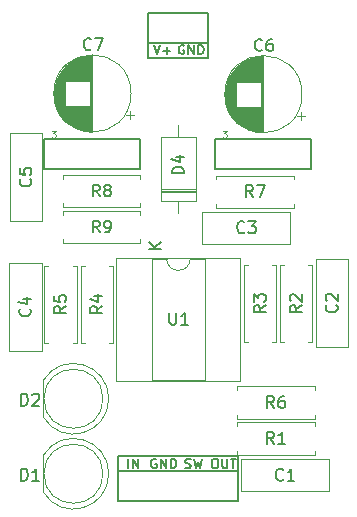
<source format=gbr>
%TF.GenerationSoftware,KiCad,Pcbnew,(5.99.0-1252-g0c2d08192)*%
%TF.CreationDate,2020-04-08T11:52:56+03:00*%
%TF.ProjectId,orkman,6f726b6d-616e-42e6-9b69-6361645f7063,rev?*%
%TF.SameCoordinates,Original*%
%TF.FileFunction,Legend,Top*%
%TF.FilePolarity,Positive*%
%FSLAX46Y46*%
G04 Gerber Fmt 4.6, Leading zero omitted, Abs format (unit mm)*
G04 Created by KiCad (PCBNEW (5.99.0-1252-g0c2d08192)) date 2020-04-08 11:52:56*
%MOMM*%
%LPD*%
G01*
G04 APERTURE LIST*
%ADD10C,0.127000*%
%ADD11C,0.120000*%
%ADD12C,0.150000*%
%ADD13C,0.048768*%
G04 APERTURE END LIST*
D10*
%TO.C,J2*%
X137096500Y-58547000D02*
X137096500Y-57277000D01*
X132016500Y-58547000D02*
X132016500Y-57277000D01*
X137096500Y-58547000D02*
X132016500Y-58547000D01*
X137096500Y-57277000D02*
X137096500Y-54737000D01*
X132016500Y-57277000D02*
X132016500Y-54737000D01*
X137096500Y-57277000D02*
X132016500Y-57277000D01*
X132016500Y-54737000D02*
X137096500Y-54737000D01*
D11*
%TO.C,U1*%
X135620000Y-75505000D02*
G75*
G02*
X133620000Y-75505000I-1000000J0D01*
G01*
X133620000Y-75505000D02*
X132370000Y-75505000D01*
X132370000Y-75505000D02*
X132370000Y-85785000D01*
X132370000Y-85785000D02*
X136870000Y-85785000D01*
X136870000Y-85785000D02*
X136870000Y-75505000D01*
X136870000Y-75505000D02*
X135620000Y-75505000D01*
X129370000Y-75445000D02*
X129370000Y-85845000D01*
X129370000Y-85845000D02*
X139870000Y-85845000D01*
X139870000Y-85845000D02*
X139870000Y-75445000D01*
X139870000Y-75445000D02*
X129370000Y-75445000D01*
D10*
%TO.C,RV2*%
X131381500Y-65420000D02*
X123253500Y-65420000D01*
X123253500Y-65420000D02*
X123253500Y-67960000D01*
X123253500Y-67960000D02*
X131381500Y-67960000D01*
X131381500Y-67960000D02*
X131381500Y-65420000D01*
%TO.C,RV1*%
X145859500Y-65420000D02*
X137731500Y-65420000D01*
X137731500Y-65420000D02*
X137731500Y-67960000D01*
X137731500Y-67960000D02*
X145859500Y-67960000D01*
X145859500Y-67960000D02*
X145859500Y-65420000D01*
D11*
%TO.C,R9*%
X131387600Y-74217200D02*
X131387600Y-73887200D01*
X124847600Y-74217200D02*
X131387600Y-74217200D01*
X124847600Y-73887200D02*
X124847600Y-74217200D01*
X131387600Y-71477200D02*
X131387600Y-71807200D01*
X124847600Y-71477200D02*
X131387600Y-71477200D01*
X124847600Y-71807200D02*
X124847600Y-71477200D01*
%TO.C,R8*%
X124847600Y-68429200D02*
X124847600Y-68759200D01*
X131387600Y-68429200D02*
X124847600Y-68429200D01*
X131387600Y-68759200D02*
X131387600Y-68429200D01*
X124847600Y-71169200D02*
X124847600Y-70839200D01*
X131387600Y-71169200D02*
X124847600Y-71169200D01*
X131387600Y-70839200D02*
X131387600Y-71169200D01*
%TO.C,R7*%
X144367000Y-71220000D02*
X144367000Y-70890000D01*
X137827000Y-71220000D02*
X144367000Y-71220000D01*
X137827000Y-70890000D02*
X137827000Y-71220000D01*
X144367000Y-68480000D02*
X144367000Y-68810000D01*
X137827000Y-68480000D02*
X144367000Y-68480000D01*
X137827000Y-68810000D02*
X137827000Y-68480000D01*
%TO.C,R6*%
X146145000Y-89063500D02*
X146145000Y-88733500D01*
X139605000Y-89063500D02*
X146145000Y-89063500D01*
X139605000Y-88733500D02*
X139605000Y-89063500D01*
X146145000Y-86323500D02*
X146145000Y-86653500D01*
X139605000Y-86323500D02*
X146145000Y-86323500D01*
X139605000Y-86653500D02*
X139605000Y-86323500D01*
%TO.C,R5*%
X126020500Y-76105000D02*
X125690500Y-76105000D01*
X126020500Y-82645000D02*
X126020500Y-76105000D01*
X125690500Y-82645000D02*
X126020500Y-82645000D01*
X123280500Y-76105000D02*
X123610500Y-76105000D01*
X123280500Y-82645000D02*
X123280500Y-76105000D01*
X123610500Y-82645000D02*
X123280500Y-82645000D01*
%TO.C,R4*%
X126341200Y-82645000D02*
X126671200Y-82645000D01*
X126341200Y-76105000D02*
X126341200Y-82645000D01*
X126671200Y-76105000D02*
X126341200Y-76105000D01*
X129081200Y-82645000D02*
X128751200Y-82645000D01*
X129081200Y-76105000D02*
X129081200Y-82645000D01*
X128751200Y-76105000D02*
X129081200Y-76105000D01*
%TO.C,R3*%
X142911500Y-76041500D02*
X142581500Y-76041500D01*
X142911500Y-82581500D02*
X142911500Y-76041500D01*
X142581500Y-82581500D02*
X142911500Y-82581500D01*
X140171500Y-76041500D02*
X140501500Y-76041500D01*
X140171500Y-82581500D02*
X140171500Y-76041500D01*
X140501500Y-82581500D02*
X140171500Y-82581500D01*
%TO.C,R2*%
X143219500Y-82581500D02*
X143549500Y-82581500D01*
X143219500Y-76041500D02*
X143219500Y-82581500D01*
X143549500Y-76041500D02*
X143219500Y-76041500D01*
X145959500Y-82581500D02*
X145629500Y-82581500D01*
X145959500Y-76041500D02*
X145959500Y-82581500D01*
X145629500Y-76041500D02*
X145959500Y-76041500D01*
%TO.C,R1*%
X146145000Y-92111500D02*
X146145000Y-91781500D01*
X139605000Y-92111500D02*
X146145000Y-92111500D01*
X139605000Y-91781500D02*
X139605000Y-92111500D01*
X146145000Y-89371500D02*
X146145000Y-89701500D01*
X139605000Y-89371500D02*
X146145000Y-89371500D01*
X139605000Y-89701500D02*
X139605000Y-89371500D01*
D10*
%TO.C,J1*%
X129540000Y-93535500D02*
X139700000Y-93535500D01*
X139700000Y-96075500D02*
X129540000Y-96075500D01*
X129540000Y-96075500D02*
X129540000Y-93535500D01*
X139700000Y-96075500D02*
X139700000Y-93535500D01*
X139700000Y-92265500D02*
X129540000Y-92265500D01*
X129540000Y-93535500D02*
X129540000Y-92265500D01*
X139700000Y-93535500D02*
X139700000Y-92265500D01*
D11*
%TO.C,D4*%
X133150000Y-70665000D02*
X136090000Y-70665000D01*
X136090000Y-70665000D02*
X136090000Y-65225000D01*
X136090000Y-65225000D02*
X133150000Y-65225000D01*
X133150000Y-65225000D02*
X133150000Y-70665000D01*
X134620000Y-71685000D02*
X134620000Y-70665000D01*
X134620000Y-64205000D02*
X134620000Y-65225000D01*
X133150000Y-69765000D02*
X136090000Y-69765000D01*
X133150000Y-69645000D02*
X136090000Y-69645000D01*
X133150000Y-69885000D02*
X136090000Y-69885000D01*
%TO.C,D2*%
X128720000Y-87376462D02*
G75*
G03*
X123170000Y-85831170I-2990000J462D01*
G01*
X128720000Y-87375538D02*
G75*
G02*
X123170000Y-88920830I-2990000J-462D01*
G01*
X128230000Y-87376000D02*
G75*
G03*
X128230000Y-87376000I-2500000J0D01*
G01*
X123170000Y-85831000D02*
X123170000Y-88921000D01*
%TO.C,D1*%
X128720000Y-93726462D02*
G75*
G03*
X123170000Y-92181170I-2990000J462D01*
G01*
X128720000Y-93725538D02*
G75*
G02*
X123170000Y-95270830I-2990000J-462D01*
G01*
X128230000Y-93726000D02*
G75*
G03*
X128230000Y-93726000I-2500000J0D01*
G01*
X123170000Y-92181000D02*
X123170000Y-95271000D01*
%TO.C,C7*%
X130607500Y-61531500D02*
G75*
G03*
X130607500Y-61531500I-3270000J0D01*
G01*
X127337500Y-64761500D02*
X127337500Y-58301500D01*
X127297500Y-64761500D02*
X127297500Y-58301500D01*
X127257500Y-64761500D02*
X127257500Y-58301500D01*
X127217500Y-64759500D02*
X127217500Y-58303500D01*
X127177500Y-64758500D02*
X127177500Y-58304500D01*
X127137500Y-64755500D02*
X127137500Y-58307500D01*
X127097500Y-64753500D02*
X127097500Y-62571500D01*
X127097500Y-60491500D02*
X127097500Y-58309500D01*
X127057500Y-64749500D02*
X127057500Y-62571500D01*
X127057500Y-60491500D02*
X127057500Y-58313500D01*
X127017500Y-64746500D02*
X127017500Y-62571500D01*
X127017500Y-60491500D02*
X127017500Y-58316500D01*
X126977500Y-64742500D02*
X126977500Y-62571500D01*
X126977500Y-60491500D02*
X126977500Y-58320500D01*
X126937500Y-64737500D02*
X126937500Y-62571500D01*
X126937500Y-60491500D02*
X126937500Y-58325500D01*
X126897500Y-64732500D02*
X126897500Y-62571500D01*
X126897500Y-60491500D02*
X126897500Y-58330500D01*
X126857500Y-64726500D02*
X126857500Y-62571500D01*
X126857500Y-60491500D02*
X126857500Y-58336500D01*
X126817500Y-64720500D02*
X126817500Y-62571500D01*
X126817500Y-60491500D02*
X126817500Y-58342500D01*
X126777500Y-64713500D02*
X126777500Y-62571500D01*
X126777500Y-60491500D02*
X126777500Y-58349500D01*
X126737500Y-64706500D02*
X126737500Y-62571500D01*
X126737500Y-60491500D02*
X126737500Y-58356500D01*
X126697500Y-64698500D02*
X126697500Y-62571500D01*
X126697500Y-60491500D02*
X126697500Y-58364500D01*
X126657500Y-64690500D02*
X126657500Y-62571500D01*
X126657500Y-60491500D02*
X126657500Y-58372500D01*
X126616500Y-64681500D02*
X126616500Y-62571500D01*
X126616500Y-60491500D02*
X126616500Y-58381500D01*
X126576500Y-64672500D02*
X126576500Y-62571500D01*
X126576500Y-60491500D02*
X126576500Y-58390500D01*
X126536500Y-64662500D02*
X126536500Y-62571500D01*
X126536500Y-60491500D02*
X126536500Y-58400500D01*
X126496500Y-64652500D02*
X126496500Y-62571500D01*
X126496500Y-60491500D02*
X126496500Y-58410500D01*
X126456500Y-64641500D02*
X126456500Y-62571500D01*
X126456500Y-60491500D02*
X126456500Y-58421500D01*
X126416500Y-64629500D02*
X126416500Y-62571500D01*
X126416500Y-60491500D02*
X126416500Y-58433500D01*
X126376500Y-64617500D02*
X126376500Y-62571500D01*
X126376500Y-60491500D02*
X126376500Y-58445500D01*
X126336500Y-64605500D02*
X126336500Y-62571500D01*
X126336500Y-60491500D02*
X126336500Y-58457500D01*
X126296500Y-64592500D02*
X126296500Y-62571500D01*
X126296500Y-60491500D02*
X126296500Y-58470500D01*
X126256500Y-64578500D02*
X126256500Y-62571500D01*
X126256500Y-60491500D02*
X126256500Y-58484500D01*
X126216500Y-64564500D02*
X126216500Y-62571500D01*
X126216500Y-60491500D02*
X126216500Y-58498500D01*
X126176500Y-64549500D02*
X126176500Y-62571500D01*
X126176500Y-60491500D02*
X126176500Y-58513500D01*
X126136500Y-64533500D02*
X126136500Y-62571500D01*
X126136500Y-60491500D02*
X126136500Y-58529500D01*
X126096500Y-64517500D02*
X126096500Y-62571500D01*
X126096500Y-60491500D02*
X126096500Y-58545500D01*
X126056500Y-64501500D02*
X126056500Y-62571500D01*
X126056500Y-60491500D02*
X126056500Y-58561500D01*
X126016500Y-64483500D02*
X126016500Y-62571500D01*
X126016500Y-60491500D02*
X126016500Y-58579500D01*
X125976500Y-64465500D02*
X125976500Y-62571500D01*
X125976500Y-60491500D02*
X125976500Y-58597500D01*
X125936500Y-64447500D02*
X125936500Y-62571500D01*
X125936500Y-60491500D02*
X125936500Y-58615500D01*
X125896500Y-64427500D02*
X125896500Y-62571500D01*
X125896500Y-60491500D02*
X125896500Y-58635500D01*
X125856500Y-64407500D02*
X125856500Y-62571500D01*
X125856500Y-60491500D02*
X125856500Y-58655500D01*
X125816500Y-64387500D02*
X125816500Y-62571500D01*
X125816500Y-60491500D02*
X125816500Y-58675500D01*
X125776500Y-64365500D02*
X125776500Y-62571500D01*
X125776500Y-60491500D02*
X125776500Y-58697500D01*
X125736500Y-64343500D02*
X125736500Y-62571500D01*
X125736500Y-60491500D02*
X125736500Y-58719500D01*
X125696500Y-64321500D02*
X125696500Y-62571500D01*
X125696500Y-60491500D02*
X125696500Y-58741500D01*
X125656500Y-64297500D02*
X125656500Y-62571500D01*
X125656500Y-60491500D02*
X125656500Y-58765500D01*
X125616500Y-64273500D02*
X125616500Y-62571500D01*
X125616500Y-60491500D02*
X125616500Y-58789500D01*
X125576500Y-64247500D02*
X125576500Y-62571500D01*
X125576500Y-60491500D02*
X125576500Y-58815500D01*
X125536500Y-64221500D02*
X125536500Y-62571500D01*
X125536500Y-60491500D02*
X125536500Y-58841500D01*
X125496500Y-64195500D02*
X125496500Y-62571500D01*
X125496500Y-60491500D02*
X125496500Y-58867500D01*
X125456500Y-64167500D02*
X125456500Y-62571500D01*
X125456500Y-60491500D02*
X125456500Y-58895500D01*
X125416500Y-64138500D02*
X125416500Y-62571500D01*
X125416500Y-60491500D02*
X125416500Y-58924500D01*
X125376500Y-64109500D02*
X125376500Y-62571500D01*
X125376500Y-60491500D02*
X125376500Y-58953500D01*
X125336500Y-64079500D02*
X125336500Y-62571500D01*
X125336500Y-60491500D02*
X125336500Y-58983500D01*
X125296500Y-64047500D02*
X125296500Y-62571500D01*
X125296500Y-60491500D02*
X125296500Y-59015500D01*
X125256500Y-64015500D02*
X125256500Y-62571500D01*
X125256500Y-60491500D02*
X125256500Y-59047500D01*
X125216500Y-63981500D02*
X125216500Y-62571500D01*
X125216500Y-60491500D02*
X125216500Y-59081500D01*
X125176500Y-63947500D02*
X125176500Y-62571500D01*
X125176500Y-60491500D02*
X125176500Y-59115500D01*
X125136500Y-63911500D02*
X125136500Y-62571500D01*
X125136500Y-60491500D02*
X125136500Y-59151500D01*
X125096500Y-63874500D02*
X125096500Y-62571500D01*
X125096500Y-60491500D02*
X125096500Y-59188500D01*
X125056500Y-63836500D02*
X125056500Y-62571500D01*
X125056500Y-60491500D02*
X125056500Y-59226500D01*
X125016500Y-63796500D02*
X125016500Y-59266500D01*
X124976500Y-63755500D02*
X124976500Y-59307500D01*
X124936500Y-63713500D02*
X124936500Y-59349500D01*
X124896500Y-63668500D02*
X124896500Y-59394500D01*
X124856500Y-63623500D02*
X124856500Y-59439500D01*
X124816500Y-63575500D02*
X124816500Y-59487500D01*
X124776500Y-63526500D02*
X124776500Y-59536500D01*
X124736500Y-63475500D02*
X124736500Y-59587500D01*
X124696500Y-63421500D02*
X124696500Y-59641500D01*
X124656500Y-63365500D02*
X124656500Y-59697500D01*
X124616500Y-63307500D02*
X124616500Y-59755500D01*
X124576500Y-63245500D02*
X124576500Y-59817500D01*
X124536500Y-63181500D02*
X124536500Y-59881500D01*
X124496500Y-63112500D02*
X124496500Y-59950500D01*
X124456500Y-63040500D02*
X124456500Y-60022500D01*
X124416500Y-62963500D02*
X124416500Y-60099500D01*
X124376500Y-62881500D02*
X124376500Y-60181500D01*
X124336500Y-62793500D02*
X124336500Y-60269500D01*
X124296500Y-62696500D02*
X124296500Y-60366500D01*
X124256500Y-62590500D02*
X124256500Y-60472500D01*
X124216500Y-62471500D02*
X124216500Y-60591500D01*
X124176500Y-62333500D02*
X124176500Y-60729500D01*
X124136500Y-62164500D02*
X124136500Y-60898500D01*
X124096500Y-61933500D02*
X124096500Y-61129500D01*
X130837741Y-63370500D02*
X130207741Y-63370500D01*
X130522741Y-63685500D02*
X130522741Y-63055500D01*
%TO.C,C6*%
X145085500Y-61595000D02*
G75*
G03*
X145085500Y-61595000I-3270000J0D01*
G01*
X141815500Y-64825000D02*
X141815500Y-58365000D01*
X141775500Y-64825000D02*
X141775500Y-58365000D01*
X141735500Y-64825000D02*
X141735500Y-58365000D01*
X141695500Y-64823000D02*
X141695500Y-58367000D01*
X141655500Y-64822000D02*
X141655500Y-58368000D01*
X141615500Y-64819000D02*
X141615500Y-58371000D01*
X141575500Y-64817000D02*
X141575500Y-62635000D01*
X141575500Y-60555000D02*
X141575500Y-58373000D01*
X141535500Y-64813000D02*
X141535500Y-62635000D01*
X141535500Y-60555000D02*
X141535500Y-58377000D01*
X141495500Y-64810000D02*
X141495500Y-62635000D01*
X141495500Y-60555000D02*
X141495500Y-58380000D01*
X141455500Y-64806000D02*
X141455500Y-62635000D01*
X141455500Y-60555000D02*
X141455500Y-58384000D01*
X141415500Y-64801000D02*
X141415500Y-62635000D01*
X141415500Y-60555000D02*
X141415500Y-58389000D01*
X141375500Y-64796000D02*
X141375500Y-62635000D01*
X141375500Y-60555000D02*
X141375500Y-58394000D01*
X141335500Y-64790000D02*
X141335500Y-62635000D01*
X141335500Y-60555000D02*
X141335500Y-58400000D01*
X141295500Y-64784000D02*
X141295500Y-62635000D01*
X141295500Y-60555000D02*
X141295500Y-58406000D01*
X141255500Y-64777000D02*
X141255500Y-62635000D01*
X141255500Y-60555000D02*
X141255500Y-58413000D01*
X141215500Y-64770000D02*
X141215500Y-62635000D01*
X141215500Y-60555000D02*
X141215500Y-58420000D01*
X141175500Y-64762000D02*
X141175500Y-62635000D01*
X141175500Y-60555000D02*
X141175500Y-58428000D01*
X141135500Y-64754000D02*
X141135500Y-62635000D01*
X141135500Y-60555000D02*
X141135500Y-58436000D01*
X141094500Y-64745000D02*
X141094500Y-62635000D01*
X141094500Y-60555000D02*
X141094500Y-58445000D01*
X141054500Y-64736000D02*
X141054500Y-62635000D01*
X141054500Y-60555000D02*
X141054500Y-58454000D01*
X141014500Y-64726000D02*
X141014500Y-62635000D01*
X141014500Y-60555000D02*
X141014500Y-58464000D01*
X140974500Y-64716000D02*
X140974500Y-62635000D01*
X140974500Y-60555000D02*
X140974500Y-58474000D01*
X140934500Y-64705000D02*
X140934500Y-62635000D01*
X140934500Y-60555000D02*
X140934500Y-58485000D01*
X140894500Y-64693000D02*
X140894500Y-62635000D01*
X140894500Y-60555000D02*
X140894500Y-58497000D01*
X140854500Y-64681000D02*
X140854500Y-62635000D01*
X140854500Y-60555000D02*
X140854500Y-58509000D01*
X140814500Y-64669000D02*
X140814500Y-62635000D01*
X140814500Y-60555000D02*
X140814500Y-58521000D01*
X140774500Y-64656000D02*
X140774500Y-62635000D01*
X140774500Y-60555000D02*
X140774500Y-58534000D01*
X140734500Y-64642000D02*
X140734500Y-62635000D01*
X140734500Y-60555000D02*
X140734500Y-58548000D01*
X140694500Y-64628000D02*
X140694500Y-62635000D01*
X140694500Y-60555000D02*
X140694500Y-58562000D01*
X140654500Y-64613000D02*
X140654500Y-62635000D01*
X140654500Y-60555000D02*
X140654500Y-58577000D01*
X140614500Y-64597000D02*
X140614500Y-62635000D01*
X140614500Y-60555000D02*
X140614500Y-58593000D01*
X140574500Y-64581000D02*
X140574500Y-62635000D01*
X140574500Y-60555000D02*
X140574500Y-58609000D01*
X140534500Y-64565000D02*
X140534500Y-62635000D01*
X140534500Y-60555000D02*
X140534500Y-58625000D01*
X140494500Y-64547000D02*
X140494500Y-62635000D01*
X140494500Y-60555000D02*
X140494500Y-58643000D01*
X140454500Y-64529000D02*
X140454500Y-62635000D01*
X140454500Y-60555000D02*
X140454500Y-58661000D01*
X140414500Y-64511000D02*
X140414500Y-62635000D01*
X140414500Y-60555000D02*
X140414500Y-58679000D01*
X140374500Y-64491000D02*
X140374500Y-62635000D01*
X140374500Y-60555000D02*
X140374500Y-58699000D01*
X140334500Y-64471000D02*
X140334500Y-62635000D01*
X140334500Y-60555000D02*
X140334500Y-58719000D01*
X140294500Y-64451000D02*
X140294500Y-62635000D01*
X140294500Y-60555000D02*
X140294500Y-58739000D01*
X140254500Y-64429000D02*
X140254500Y-62635000D01*
X140254500Y-60555000D02*
X140254500Y-58761000D01*
X140214500Y-64407000D02*
X140214500Y-62635000D01*
X140214500Y-60555000D02*
X140214500Y-58783000D01*
X140174500Y-64385000D02*
X140174500Y-62635000D01*
X140174500Y-60555000D02*
X140174500Y-58805000D01*
X140134500Y-64361000D02*
X140134500Y-62635000D01*
X140134500Y-60555000D02*
X140134500Y-58829000D01*
X140094500Y-64337000D02*
X140094500Y-62635000D01*
X140094500Y-60555000D02*
X140094500Y-58853000D01*
X140054500Y-64311000D02*
X140054500Y-62635000D01*
X140054500Y-60555000D02*
X140054500Y-58879000D01*
X140014500Y-64285000D02*
X140014500Y-62635000D01*
X140014500Y-60555000D02*
X140014500Y-58905000D01*
X139974500Y-64259000D02*
X139974500Y-62635000D01*
X139974500Y-60555000D02*
X139974500Y-58931000D01*
X139934500Y-64231000D02*
X139934500Y-62635000D01*
X139934500Y-60555000D02*
X139934500Y-58959000D01*
X139894500Y-64202000D02*
X139894500Y-62635000D01*
X139894500Y-60555000D02*
X139894500Y-58988000D01*
X139854500Y-64173000D02*
X139854500Y-62635000D01*
X139854500Y-60555000D02*
X139854500Y-59017000D01*
X139814500Y-64143000D02*
X139814500Y-62635000D01*
X139814500Y-60555000D02*
X139814500Y-59047000D01*
X139774500Y-64111000D02*
X139774500Y-62635000D01*
X139774500Y-60555000D02*
X139774500Y-59079000D01*
X139734500Y-64079000D02*
X139734500Y-62635000D01*
X139734500Y-60555000D02*
X139734500Y-59111000D01*
X139694500Y-64045000D02*
X139694500Y-62635000D01*
X139694500Y-60555000D02*
X139694500Y-59145000D01*
X139654500Y-64011000D02*
X139654500Y-62635000D01*
X139654500Y-60555000D02*
X139654500Y-59179000D01*
X139614500Y-63975000D02*
X139614500Y-62635000D01*
X139614500Y-60555000D02*
X139614500Y-59215000D01*
X139574500Y-63938000D02*
X139574500Y-62635000D01*
X139574500Y-60555000D02*
X139574500Y-59252000D01*
X139534500Y-63900000D02*
X139534500Y-62635000D01*
X139534500Y-60555000D02*
X139534500Y-59290000D01*
X139494500Y-63860000D02*
X139494500Y-59330000D01*
X139454500Y-63819000D02*
X139454500Y-59371000D01*
X139414500Y-63777000D02*
X139414500Y-59413000D01*
X139374500Y-63732000D02*
X139374500Y-59458000D01*
X139334500Y-63687000D02*
X139334500Y-59503000D01*
X139294500Y-63639000D02*
X139294500Y-59551000D01*
X139254500Y-63590000D02*
X139254500Y-59600000D01*
X139214500Y-63539000D02*
X139214500Y-59651000D01*
X139174500Y-63485000D02*
X139174500Y-59705000D01*
X139134500Y-63429000D02*
X139134500Y-59761000D01*
X139094500Y-63371000D02*
X139094500Y-59819000D01*
X139054500Y-63309000D02*
X139054500Y-59881000D01*
X139014500Y-63245000D02*
X139014500Y-59945000D01*
X138974500Y-63176000D02*
X138974500Y-60014000D01*
X138934500Y-63104000D02*
X138934500Y-60086000D01*
X138894500Y-63027000D02*
X138894500Y-60163000D01*
X138854500Y-62945000D02*
X138854500Y-60245000D01*
X138814500Y-62857000D02*
X138814500Y-60333000D01*
X138774500Y-62760000D02*
X138774500Y-60430000D01*
X138734500Y-62654000D02*
X138734500Y-60536000D01*
X138694500Y-62535000D02*
X138694500Y-60655000D01*
X138654500Y-62397000D02*
X138654500Y-60793000D01*
X138614500Y-62228000D02*
X138614500Y-60962000D01*
X138574500Y-61997000D02*
X138574500Y-61193000D01*
X145315741Y-63434000D02*
X144685741Y-63434000D01*
X145000741Y-63749000D02*
X145000741Y-63119000D01*
%TO.C,C5*%
X120346800Y-64900000D02*
X123086800Y-64900000D01*
X120346800Y-72340000D02*
X123086800Y-72340000D01*
X123086800Y-72340000D02*
X123086800Y-64900000D01*
X120346800Y-72340000D02*
X120346800Y-64900000D01*
%TO.C,C4*%
X120296000Y-75885500D02*
X123036000Y-75885500D01*
X120296000Y-83325500D02*
X123036000Y-83325500D01*
X123036000Y-83325500D02*
X123036000Y-75885500D01*
X120296000Y-83325500D02*
X120296000Y-75885500D01*
%TO.C,C3*%
X136655000Y-74268000D02*
X136655000Y-71528000D01*
X144095000Y-74268000D02*
X144095000Y-71528000D01*
X144095000Y-71528000D02*
X136655000Y-71528000D01*
X144095000Y-74268000D02*
X136655000Y-74268000D01*
%TO.C,C2*%
X146267500Y-75568000D02*
X149007500Y-75568000D01*
X146267500Y-83008000D02*
X149007500Y-83008000D01*
X149007500Y-83008000D02*
X149007500Y-75568000D01*
X146267500Y-83008000D02*
X146267500Y-75568000D01*
%TO.C,C1*%
X147380500Y-92483000D02*
X147380500Y-95223000D01*
X139940500Y-92483000D02*
X139940500Y-95223000D01*
X139940500Y-95223000D02*
X147380500Y-95223000D01*
X139940500Y-92483000D02*
X147380500Y-92483000D01*
%TO.C,J2*%
D12*
X135089976Y-57498500D02*
X135013785Y-57465166D01*
X134899500Y-57465166D01*
X134785214Y-57498500D01*
X134709023Y-57565166D01*
X134670928Y-57631833D01*
X134632833Y-57765166D01*
X134632833Y-57865166D01*
X134670928Y-57998500D01*
X134709023Y-58065166D01*
X134785214Y-58131833D01*
X134899500Y-58165166D01*
X134975690Y-58165166D01*
X135089976Y-58131833D01*
X135128071Y-58098500D01*
X135128071Y-57865166D01*
X134975690Y-57865166D01*
X135470928Y-58165166D02*
X135470928Y-57465166D01*
X135928071Y-58165166D01*
X135928071Y-57465166D01*
X136309023Y-58165166D02*
X136309023Y-57465166D01*
X136499500Y-57465166D01*
X136613785Y-57498500D01*
X136689976Y-57565166D01*
X136728071Y-57631833D01*
X136766166Y-57765166D01*
X136766166Y-57865166D01*
X136728071Y-57998500D01*
X136689976Y-58065166D01*
X136613785Y-58131833D01*
X136499500Y-58165166D01*
X136309023Y-58165166D01*
X132524595Y-57465166D02*
X132791261Y-58165166D01*
X133057928Y-57465166D01*
X133324595Y-57898500D02*
X133934119Y-57898500D01*
X133629357Y-58165166D02*
X133629357Y-57631833D01*
%TO.C,U1*%
X133858095Y-80097380D02*
X133858095Y-80906904D01*
X133905714Y-81002142D01*
X133953333Y-81049761D01*
X134048571Y-81097380D01*
X134239047Y-81097380D01*
X134334285Y-81049761D01*
X134381904Y-81002142D01*
X134429523Y-80906904D01*
X134429523Y-80097380D01*
X135429523Y-81097380D02*
X134858095Y-81097380D01*
X135143809Y-81097380D02*
X135143809Y-80097380D01*
X135048571Y-80240238D01*
X134953333Y-80335476D01*
X134858095Y-80383095D01*
%TO.C,RV2*%
D13*
X123875930Y-64686302D02*
X124234433Y-64686302D01*
X124041393Y-64906920D01*
X124124124Y-64906920D01*
X124179279Y-64934497D01*
X124206856Y-64962074D01*
X124234433Y-65017228D01*
X124234433Y-65155114D01*
X124206856Y-65210268D01*
X124179279Y-65237845D01*
X124124124Y-65265422D01*
X123958662Y-65265422D01*
X123903507Y-65237845D01*
X123875930Y-65210268D01*
%TO.C,RV1*%
X138353930Y-64686302D02*
X138712433Y-64686302D01*
X138519393Y-64906920D01*
X138602124Y-64906920D01*
X138657279Y-64934497D01*
X138684856Y-64962074D01*
X138712433Y-65017228D01*
X138712433Y-65155114D01*
X138684856Y-65210268D01*
X138657279Y-65237845D01*
X138602124Y-65265422D01*
X138436662Y-65265422D01*
X138381507Y-65237845D01*
X138353930Y-65210268D01*
%TO.C,R9*%
D12*
X127950933Y-73299580D02*
X127617600Y-72823390D01*
X127379504Y-73299580D02*
X127379504Y-72299580D01*
X127760457Y-72299580D01*
X127855695Y-72347200D01*
X127903314Y-72394819D01*
X127950933Y-72490057D01*
X127950933Y-72632914D01*
X127903314Y-72728152D01*
X127855695Y-72775771D01*
X127760457Y-72823390D01*
X127379504Y-72823390D01*
X128427123Y-73299580D02*
X128617600Y-73299580D01*
X128712838Y-73251961D01*
X128760457Y-73204342D01*
X128855695Y-73061485D01*
X128903314Y-72871009D01*
X128903314Y-72490057D01*
X128855695Y-72394819D01*
X128808076Y-72347200D01*
X128712838Y-72299580D01*
X128522361Y-72299580D01*
X128427123Y-72347200D01*
X128379504Y-72394819D01*
X128331885Y-72490057D01*
X128331885Y-72728152D01*
X128379504Y-72823390D01*
X128427123Y-72871009D01*
X128522361Y-72918628D01*
X128712838Y-72918628D01*
X128808076Y-72871009D01*
X128855695Y-72823390D01*
X128903314Y-72728152D01*
%TO.C,R8*%
X127950933Y-70251580D02*
X127617600Y-69775390D01*
X127379504Y-70251580D02*
X127379504Y-69251580D01*
X127760457Y-69251580D01*
X127855695Y-69299200D01*
X127903314Y-69346819D01*
X127950933Y-69442057D01*
X127950933Y-69584914D01*
X127903314Y-69680152D01*
X127855695Y-69727771D01*
X127760457Y-69775390D01*
X127379504Y-69775390D01*
X128522361Y-69680152D02*
X128427123Y-69632533D01*
X128379504Y-69584914D01*
X128331885Y-69489676D01*
X128331885Y-69442057D01*
X128379504Y-69346819D01*
X128427123Y-69299200D01*
X128522361Y-69251580D01*
X128712838Y-69251580D01*
X128808076Y-69299200D01*
X128855695Y-69346819D01*
X128903314Y-69442057D01*
X128903314Y-69489676D01*
X128855695Y-69584914D01*
X128808076Y-69632533D01*
X128712838Y-69680152D01*
X128522361Y-69680152D01*
X128427123Y-69727771D01*
X128379504Y-69775390D01*
X128331885Y-69870628D01*
X128331885Y-70061104D01*
X128379504Y-70156342D01*
X128427123Y-70203961D01*
X128522361Y-70251580D01*
X128712838Y-70251580D01*
X128808076Y-70203961D01*
X128855695Y-70156342D01*
X128903314Y-70061104D01*
X128903314Y-69870628D01*
X128855695Y-69775390D01*
X128808076Y-69727771D01*
X128712838Y-69680152D01*
%TO.C,R7*%
X140930333Y-70302380D02*
X140597000Y-69826190D01*
X140358904Y-70302380D02*
X140358904Y-69302380D01*
X140739857Y-69302380D01*
X140835095Y-69350000D01*
X140882714Y-69397619D01*
X140930333Y-69492857D01*
X140930333Y-69635714D01*
X140882714Y-69730952D01*
X140835095Y-69778571D01*
X140739857Y-69826190D01*
X140358904Y-69826190D01*
X141263666Y-69302380D02*
X141930333Y-69302380D01*
X141501761Y-70302380D01*
%TO.C,R6*%
X142708333Y-88145880D02*
X142375000Y-87669690D01*
X142136904Y-88145880D02*
X142136904Y-87145880D01*
X142517857Y-87145880D01*
X142613095Y-87193500D01*
X142660714Y-87241119D01*
X142708333Y-87336357D01*
X142708333Y-87479214D01*
X142660714Y-87574452D01*
X142613095Y-87622071D01*
X142517857Y-87669690D01*
X142136904Y-87669690D01*
X143565476Y-87145880D02*
X143375000Y-87145880D01*
X143279761Y-87193500D01*
X143232142Y-87241119D01*
X143136904Y-87383976D01*
X143089285Y-87574452D01*
X143089285Y-87955404D01*
X143136904Y-88050642D01*
X143184523Y-88098261D01*
X143279761Y-88145880D01*
X143470238Y-88145880D01*
X143565476Y-88098261D01*
X143613095Y-88050642D01*
X143660714Y-87955404D01*
X143660714Y-87717309D01*
X143613095Y-87622071D01*
X143565476Y-87574452D01*
X143470238Y-87526833D01*
X143279761Y-87526833D01*
X143184523Y-87574452D01*
X143136904Y-87622071D01*
X143089285Y-87717309D01*
%TO.C,R5*%
X125102880Y-79541666D02*
X124626690Y-79875000D01*
X125102880Y-80113095D02*
X124102880Y-80113095D01*
X124102880Y-79732142D01*
X124150500Y-79636904D01*
X124198119Y-79589285D01*
X124293357Y-79541666D01*
X124436214Y-79541666D01*
X124531452Y-79589285D01*
X124579071Y-79636904D01*
X124626690Y-79732142D01*
X124626690Y-80113095D01*
X124102880Y-78636904D02*
X124102880Y-79113095D01*
X124579071Y-79160714D01*
X124531452Y-79113095D01*
X124483833Y-79017857D01*
X124483833Y-78779761D01*
X124531452Y-78684523D01*
X124579071Y-78636904D01*
X124674309Y-78589285D01*
X124912404Y-78589285D01*
X125007642Y-78636904D01*
X125055261Y-78684523D01*
X125102880Y-78779761D01*
X125102880Y-79017857D01*
X125055261Y-79113095D01*
X125007642Y-79160714D01*
%TO.C,R4*%
X128163580Y-79541666D02*
X127687390Y-79875000D01*
X128163580Y-80113095D02*
X127163580Y-80113095D01*
X127163580Y-79732142D01*
X127211200Y-79636904D01*
X127258819Y-79589285D01*
X127354057Y-79541666D01*
X127496914Y-79541666D01*
X127592152Y-79589285D01*
X127639771Y-79636904D01*
X127687390Y-79732142D01*
X127687390Y-80113095D01*
X127496914Y-78684523D02*
X128163580Y-78684523D01*
X127115961Y-78922619D02*
X127830247Y-79160714D01*
X127830247Y-78541666D01*
%TO.C,R3*%
X141993880Y-79478166D02*
X141517690Y-79811500D01*
X141993880Y-80049595D02*
X140993880Y-80049595D01*
X140993880Y-79668642D01*
X141041500Y-79573404D01*
X141089119Y-79525785D01*
X141184357Y-79478166D01*
X141327214Y-79478166D01*
X141422452Y-79525785D01*
X141470071Y-79573404D01*
X141517690Y-79668642D01*
X141517690Y-80049595D01*
X140993880Y-79144833D02*
X140993880Y-78525785D01*
X141374833Y-78859119D01*
X141374833Y-78716261D01*
X141422452Y-78621023D01*
X141470071Y-78573404D01*
X141565309Y-78525785D01*
X141803404Y-78525785D01*
X141898642Y-78573404D01*
X141946261Y-78621023D01*
X141993880Y-78716261D01*
X141993880Y-79001976D01*
X141946261Y-79097214D01*
X141898642Y-79144833D01*
%TO.C,R2*%
X145041880Y-79478166D02*
X144565690Y-79811500D01*
X145041880Y-80049595D02*
X144041880Y-80049595D01*
X144041880Y-79668642D01*
X144089500Y-79573404D01*
X144137119Y-79525785D01*
X144232357Y-79478166D01*
X144375214Y-79478166D01*
X144470452Y-79525785D01*
X144518071Y-79573404D01*
X144565690Y-79668642D01*
X144565690Y-80049595D01*
X144137119Y-79097214D02*
X144089500Y-79049595D01*
X144041880Y-78954357D01*
X144041880Y-78716261D01*
X144089500Y-78621023D01*
X144137119Y-78573404D01*
X144232357Y-78525785D01*
X144327595Y-78525785D01*
X144470452Y-78573404D01*
X145041880Y-79144833D01*
X145041880Y-78525785D01*
%TO.C,R1*%
X142708333Y-91193880D02*
X142375000Y-90717690D01*
X142136904Y-91193880D02*
X142136904Y-90193880D01*
X142517857Y-90193880D01*
X142613095Y-90241500D01*
X142660714Y-90289119D01*
X142708333Y-90384357D01*
X142708333Y-90527214D01*
X142660714Y-90622452D01*
X142613095Y-90670071D01*
X142517857Y-90717690D01*
X142136904Y-90717690D01*
X143660714Y-91193880D02*
X143089285Y-91193880D01*
X143375000Y-91193880D02*
X143375000Y-90193880D01*
X143279761Y-90336738D01*
X143184523Y-90431976D01*
X143089285Y-90479595D01*
%TO.C,J1*%
X130390952Y-93262404D02*
X130390952Y-92462404D01*
X130771904Y-93262404D02*
X130771904Y-92462404D01*
X131229047Y-93262404D01*
X131229047Y-92462404D01*
X132740476Y-92500500D02*
X132664285Y-92462404D01*
X132550000Y-92462404D01*
X132435714Y-92500500D01*
X132359523Y-92576690D01*
X132321428Y-92652880D01*
X132283333Y-92805261D01*
X132283333Y-92919547D01*
X132321428Y-93071928D01*
X132359523Y-93148119D01*
X132435714Y-93224309D01*
X132550000Y-93262404D01*
X132626190Y-93262404D01*
X132740476Y-93224309D01*
X132778571Y-93186214D01*
X132778571Y-92919547D01*
X132626190Y-92919547D01*
X133121428Y-93262404D02*
X133121428Y-92462404D01*
X133578571Y-93262404D01*
X133578571Y-92462404D01*
X133959523Y-93262404D02*
X133959523Y-92462404D01*
X134150000Y-92462404D01*
X134264285Y-92500500D01*
X134340476Y-92576690D01*
X134378571Y-92652880D01*
X134416666Y-92805261D01*
X134416666Y-92919547D01*
X134378571Y-93071928D01*
X134340476Y-93148119D01*
X134264285Y-93224309D01*
X134150000Y-93262404D01*
X133959523Y-93262404D01*
X135204285Y-93224309D02*
X135318571Y-93262404D01*
X135509047Y-93262404D01*
X135585238Y-93224309D01*
X135623333Y-93186214D01*
X135661428Y-93110023D01*
X135661428Y-93033833D01*
X135623333Y-92957642D01*
X135585238Y-92919547D01*
X135509047Y-92881452D01*
X135356666Y-92843357D01*
X135280476Y-92805261D01*
X135242380Y-92767166D01*
X135204285Y-92690976D01*
X135204285Y-92614785D01*
X135242380Y-92538595D01*
X135280476Y-92500500D01*
X135356666Y-92462404D01*
X135547142Y-92462404D01*
X135661428Y-92500500D01*
X135928095Y-92462404D02*
X136118571Y-93262404D01*
X136270952Y-92690976D01*
X136423333Y-93262404D01*
X136613809Y-92462404D01*
X137630000Y-92462404D02*
X137782380Y-92462404D01*
X137858571Y-92500500D01*
X137934761Y-92576690D01*
X137972857Y-92729071D01*
X137972857Y-92995738D01*
X137934761Y-93148119D01*
X137858571Y-93224309D01*
X137782380Y-93262404D01*
X137630000Y-93262404D01*
X137553809Y-93224309D01*
X137477619Y-93148119D01*
X137439523Y-92995738D01*
X137439523Y-92729071D01*
X137477619Y-92576690D01*
X137553809Y-92500500D01*
X137630000Y-92462404D01*
X138315714Y-92462404D02*
X138315714Y-93110023D01*
X138353809Y-93186214D01*
X138391904Y-93224309D01*
X138468095Y-93262404D01*
X138620476Y-93262404D01*
X138696666Y-93224309D01*
X138734761Y-93186214D01*
X138772857Y-93110023D01*
X138772857Y-92462404D01*
X139039523Y-92462404D02*
X139496666Y-92462404D01*
X139268095Y-93262404D02*
X139268095Y-92462404D01*
%TO.C,D4*%
X135072380Y-68302095D02*
X134072380Y-68302095D01*
X134072380Y-68064000D01*
X134120000Y-67921142D01*
X134215238Y-67825904D01*
X134310476Y-67778285D01*
X134500952Y-67730666D01*
X134643809Y-67730666D01*
X134834285Y-67778285D01*
X134929523Y-67825904D01*
X135024761Y-67921142D01*
X135072380Y-68064000D01*
X135072380Y-68302095D01*
X134405714Y-66873523D02*
X135072380Y-66873523D01*
X134024761Y-67111619D02*
X134739047Y-67349714D01*
X134739047Y-66730666D01*
X133167380Y-74683904D02*
X132167380Y-74683904D01*
X133167380Y-74112476D02*
X132595952Y-74541047D01*
X132167380Y-74112476D02*
X132738809Y-74683904D01*
%TO.C,D2*%
X121308904Y-87955380D02*
X121308904Y-86955380D01*
X121547000Y-86955380D01*
X121689857Y-87003000D01*
X121785095Y-87098238D01*
X121832714Y-87193476D01*
X121880333Y-87383952D01*
X121880333Y-87526809D01*
X121832714Y-87717285D01*
X121785095Y-87812523D01*
X121689857Y-87907761D01*
X121547000Y-87955380D01*
X121308904Y-87955380D01*
X122261285Y-87050619D02*
X122308904Y-87003000D01*
X122404142Y-86955380D01*
X122642238Y-86955380D01*
X122737476Y-87003000D01*
X122785095Y-87050619D01*
X122832714Y-87145857D01*
X122832714Y-87241095D01*
X122785095Y-87383952D01*
X122213666Y-87955380D01*
X122832714Y-87955380D01*
%TO.C,D1*%
X121308904Y-94305380D02*
X121308904Y-93305380D01*
X121547000Y-93305380D01*
X121689857Y-93353000D01*
X121785095Y-93448238D01*
X121832714Y-93543476D01*
X121880333Y-93733952D01*
X121880333Y-93876809D01*
X121832714Y-94067285D01*
X121785095Y-94162523D01*
X121689857Y-94257761D01*
X121547000Y-94305380D01*
X121308904Y-94305380D01*
X122832714Y-94305380D02*
X122261285Y-94305380D01*
X122547000Y-94305380D02*
X122547000Y-93305380D01*
X122451761Y-93448238D01*
X122356523Y-93543476D01*
X122261285Y-93591095D01*
%TO.C,C7*%
X127214333Y-57761142D02*
X127166714Y-57808761D01*
X127023857Y-57856380D01*
X126928619Y-57856380D01*
X126785761Y-57808761D01*
X126690523Y-57713523D01*
X126642904Y-57618285D01*
X126595285Y-57427809D01*
X126595285Y-57284952D01*
X126642904Y-57094476D01*
X126690523Y-56999238D01*
X126785761Y-56904000D01*
X126928619Y-56856380D01*
X127023857Y-56856380D01*
X127166714Y-56904000D01*
X127214333Y-56951619D01*
X127547666Y-56856380D02*
X128214333Y-56856380D01*
X127785761Y-57856380D01*
%TO.C,C6*%
X141692333Y-57824642D02*
X141644714Y-57872261D01*
X141501857Y-57919880D01*
X141406619Y-57919880D01*
X141263761Y-57872261D01*
X141168523Y-57777023D01*
X141120904Y-57681785D01*
X141073285Y-57491309D01*
X141073285Y-57348452D01*
X141120904Y-57157976D01*
X141168523Y-57062738D01*
X141263761Y-56967500D01*
X141406619Y-56919880D01*
X141501857Y-56919880D01*
X141644714Y-56967500D01*
X141692333Y-57015119D01*
X142549476Y-56919880D02*
X142359000Y-56919880D01*
X142263761Y-56967500D01*
X142216142Y-57015119D01*
X142120904Y-57157976D01*
X142073285Y-57348452D01*
X142073285Y-57729404D01*
X142120904Y-57824642D01*
X142168523Y-57872261D01*
X142263761Y-57919880D01*
X142454238Y-57919880D01*
X142549476Y-57872261D01*
X142597095Y-57824642D01*
X142644714Y-57729404D01*
X142644714Y-57491309D01*
X142597095Y-57396071D01*
X142549476Y-57348452D01*
X142454238Y-57300833D01*
X142263761Y-57300833D01*
X142168523Y-57348452D01*
X142120904Y-57396071D01*
X142073285Y-57491309D01*
%TO.C,C5*%
X122073942Y-68786666D02*
X122121561Y-68834285D01*
X122169180Y-68977142D01*
X122169180Y-69072380D01*
X122121561Y-69215238D01*
X122026323Y-69310476D01*
X121931085Y-69358095D01*
X121740609Y-69405714D01*
X121597752Y-69405714D01*
X121407276Y-69358095D01*
X121312038Y-69310476D01*
X121216800Y-69215238D01*
X121169180Y-69072380D01*
X121169180Y-68977142D01*
X121216800Y-68834285D01*
X121264419Y-68786666D01*
X121169180Y-67881904D02*
X121169180Y-68358095D01*
X121645371Y-68405714D01*
X121597752Y-68358095D01*
X121550133Y-68262857D01*
X121550133Y-68024761D01*
X121597752Y-67929523D01*
X121645371Y-67881904D01*
X121740609Y-67834285D01*
X121978704Y-67834285D01*
X122073942Y-67881904D01*
X122121561Y-67929523D01*
X122169180Y-68024761D01*
X122169180Y-68262857D01*
X122121561Y-68358095D01*
X122073942Y-68405714D01*
%TO.C,C4*%
X122023142Y-79772166D02*
X122070761Y-79819785D01*
X122118380Y-79962642D01*
X122118380Y-80057880D01*
X122070761Y-80200738D01*
X121975523Y-80295976D01*
X121880285Y-80343595D01*
X121689809Y-80391214D01*
X121546952Y-80391214D01*
X121356476Y-80343595D01*
X121261238Y-80295976D01*
X121166000Y-80200738D01*
X121118380Y-80057880D01*
X121118380Y-79962642D01*
X121166000Y-79819785D01*
X121213619Y-79772166D01*
X121451714Y-78915023D02*
X122118380Y-78915023D01*
X121070761Y-79153119D02*
X121785047Y-79391214D01*
X121785047Y-78772166D01*
%TO.C,C3*%
X140208333Y-73255142D02*
X140160714Y-73302761D01*
X140017857Y-73350380D01*
X139922619Y-73350380D01*
X139779761Y-73302761D01*
X139684523Y-73207523D01*
X139636904Y-73112285D01*
X139589285Y-72921809D01*
X139589285Y-72778952D01*
X139636904Y-72588476D01*
X139684523Y-72493238D01*
X139779761Y-72398000D01*
X139922619Y-72350380D01*
X140017857Y-72350380D01*
X140160714Y-72398000D01*
X140208333Y-72445619D01*
X140541666Y-72350380D02*
X141160714Y-72350380D01*
X140827380Y-72731333D01*
X140970238Y-72731333D01*
X141065476Y-72778952D01*
X141113095Y-72826571D01*
X141160714Y-72921809D01*
X141160714Y-73159904D01*
X141113095Y-73255142D01*
X141065476Y-73302761D01*
X140970238Y-73350380D01*
X140684523Y-73350380D01*
X140589285Y-73302761D01*
X140541666Y-73255142D01*
%TO.C,C2*%
X147994642Y-79454666D02*
X148042261Y-79502285D01*
X148089880Y-79645142D01*
X148089880Y-79740380D01*
X148042261Y-79883238D01*
X147947023Y-79978476D01*
X147851785Y-80026095D01*
X147661309Y-80073714D01*
X147518452Y-80073714D01*
X147327976Y-80026095D01*
X147232738Y-79978476D01*
X147137500Y-79883238D01*
X147089880Y-79740380D01*
X147089880Y-79645142D01*
X147137500Y-79502285D01*
X147185119Y-79454666D01*
X147185119Y-79073714D02*
X147137500Y-79026095D01*
X147089880Y-78930857D01*
X147089880Y-78692761D01*
X147137500Y-78597523D01*
X147185119Y-78549904D01*
X147280357Y-78502285D01*
X147375595Y-78502285D01*
X147518452Y-78549904D01*
X148089880Y-79121333D01*
X148089880Y-78502285D01*
%TO.C,C1*%
X143493833Y-94210142D02*
X143446214Y-94257761D01*
X143303357Y-94305380D01*
X143208119Y-94305380D01*
X143065261Y-94257761D01*
X142970023Y-94162523D01*
X142922404Y-94067285D01*
X142874785Y-93876809D01*
X142874785Y-93733952D01*
X142922404Y-93543476D01*
X142970023Y-93448238D01*
X143065261Y-93353000D01*
X143208119Y-93305380D01*
X143303357Y-93305380D01*
X143446214Y-93353000D01*
X143493833Y-93400619D01*
X144446214Y-94305380D02*
X143874785Y-94305380D01*
X144160500Y-94305380D02*
X144160500Y-93305380D01*
X144065261Y-93448238D01*
X143970023Y-93543476D01*
X143874785Y-93591095D01*
%TD*%
M02*

</source>
